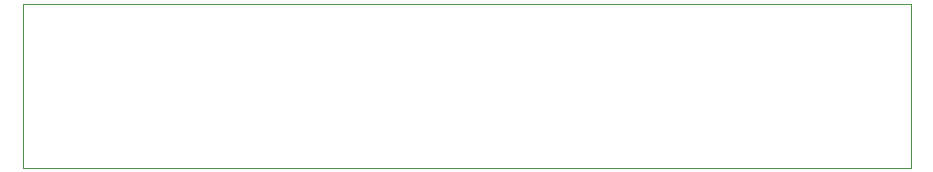
<source format=gbr>
G04 #@! TF.GenerationSoftware,KiCad,Pcbnew,5.1.4*
G04 #@! TF.CreationDate,2019-11-17T16:06:47-07:00*
G04 #@! TF.ProjectId,Prototype-PCB,50726f74-6f74-4797-9065-2d5043422e6b,rev?*
G04 #@! TF.SameCoordinates,Original*
G04 #@! TF.FileFunction,Profile,NP*
%FSLAX46Y46*%
G04 Gerber Fmt 4.6, Leading zero omitted, Abs format (unit mm)*
G04 Created by KiCad (PCBNEW 5.1.4) date 2019-11-17 16:06:47*
%MOMM*%
%LPD*%
G04 APERTURE LIST*
%ADD10C,0.050000*%
G04 APERTURE END LIST*
D10*
X92456000Y-109220000D02*
X167640000Y-109220000D01*
X167640000Y-109220000D02*
X167640000Y-95377000D01*
X167640000Y-95377000D02*
X92456000Y-95377000D01*
X92456000Y-95377000D02*
X92456000Y-109220000D01*
M02*

</source>
